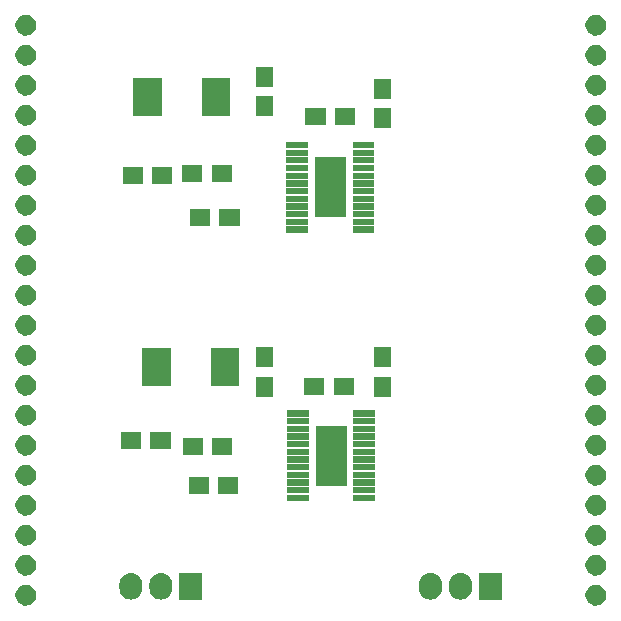
<source format=gts>
G04 #@! TF.FileFunction,Soldermask,Top*
%FSLAX46Y46*%
G04 Gerber Fmt 4.6, Leading zero omitted, Abs format (unit mm)*
G04 Created by KiCad (PCBNEW 4.0.2-stable) date Mon 01 Aug 2016 12:05:57 PM CEST*
%MOMM*%
G01*
G04 APERTURE LIST*
%ADD10C,0.100000*%
G04 APERTURE END LIST*
D10*
G36*
X122646590Y-130192579D02*
X122814107Y-130226966D01*
X122971750Y-130293233D01*
X123113526Y-130388862D01*
X123234022Y-130510202D01*
X123328660Y-130652642D01*
X123393822Y-130810740D01*
X123426971Y-130978152D01*
X123426971Y-130978162D01*
X123427037Y-130978496D01*
X123424310Y-131173819D01*
X123424234Y-131174153D01*
X123424234Y-131174165D01*
X123386427Y-131340577D01*
X123316870Y-131496802D01*
X123218296Y-131636540D01*
X123094452Y-131754474D01*
X122950069Y-131846103D01*
X122790633Y-131907945D01*
X122622225Y-131937638D01*
X122451254Y-131934058D01*
X122284231Y-131897335D01*
X122127529Y-131828874D01*
X121987101Y-131731274D01*
X121868312Y-131608263D01*
X121775674Y-131464519D01*
X121712723Y-131305521D01*
X121681852Y-131137317D01*
X121684240Y-130966327D01*
X121719793Y-130799059D01*
X121787162Y-130641877D01*
X121883776Y-130500776D01*
X122005958Y-130381126D01*
X122149050Y-130287489D01*
X122307607Y-130223428D01*
X122475582Y-130191385D01*
X122646590Y-130192579D01*
X122646590Y-130192579D01*
G37*
G36*
X170906590Y-130192579D02*
X171074107Y-130226966D01*
X171231750Y-130293233D01*
X171373526Y-130388862D01*
X171494022Y-130510202D01*
X171588660Y-130652642D01*
X171653822Y-130810740D01*
X171686971Y-130978152D01*
X171686971Y-130978162D01*
X171687037Y-130978496D01*
X171684310Y-131173819D01*
X171684234Y-131174153D01*
X171684234Y-131174165D01*
X171646427Y-131340577D01*
X171576870Y-131496802D01*
X171478296Y-131636540D01*
X171354452Y-131754474D01*
X171210069Y-131846103D01*
X171050633Y-131907945D01*
X170882225Y-131937638D01*
X170711254Y-131934058D01*
X170544231Y-131897335D01*
X170387529Y-131828874D01*
X170247101Y-131731274D01*
X170128312Y-131608263D01*
X170035674Y-131464519D01*
X169972723Y-131305521D01*
X169941852Y-131137317D01*
X169944240Y-130966327D01*
X169979793Y-130799059D01*
X170047162Y-130641877D01*
X170143776Y-130500776D01*
X170265958Y-130381126D01*
X170409050Y-130287489D01*
X170567607Y-130223428D01*
X170735582Y-130191385D01*
X170906590Y-130192579D01*
X170906590Y-130192579D01*
G37*
G36*
X134194720Y-129193430D02*
X134194734Y-129193434D01*
X134194769Y-129193438D01*
X134376285Y-129249626D01*
X134543430Y-129340001D01*
X134689838Y-129461120D01*
X134809932Y-129608370D01*
X134899138Y-129776142D01*
X134954058Y-129958045D01*
X134972600Y-130147152D01*
X134972600Y-130462848D01*
X134972505Y-130476442D01*
X134951325Y-130665271D01*
X134893870Y-130846390D01*
X134802331Y-131012900D01*
X134680192Y-131158459D01*
X134532108Y-131277522D01*
X134363717Y-131365554D01*
X134181434Y-131419203D01*
X134181402Y-131419206D01*
X134181388Y-131419210D01*
X133992205Y-131436427D01*
X133803280Y-131416570D01*
X133803266Y-131416566D01*
X133803231Y-131416562D01*
X133621715Y-131360374D01*
X133454570Y-131269999D01*
X133308162Y-131148880D01*
X133188068Y-131001630D01*
X133098862Y-130833858D01*
X133043942Y-130651955D01*
X133025400Y-130462848D01*
X133025400Y-130147152D01*
X133025495Y-130133558D01*
X133046675Y-129944729D01*
X133104130Y-129763610D01*
X133195669Y-129597100D01*
X133317808Y-129451541D01*
X133465892Y-129332478D01*
X133634283Y-129244446D01*
X133816566Y-129190797D01*
X133816598Y-129190794D01*
X133816612Y-129190790D01*
X134005795Y-129173573D01*
X134194720Y-129193430D01*
X134194720Y-129193430D01*
G37*
G36*
X131654720Y-129193430D02*
X131654734Y-129193434D01*
X131654769Y-129193438D01*
X131836285Y-129249626D01*
X132003430Y-129340001D01*
X132149838Y-129461120D01*
X132269932Y-129608370D01*
X132359138Y-129776142D01*
X132414058Y-129958045D01*
X132432600Y-130147152D01*
X132432600Y-130462848D01*
X132432505Y-130476442D01*
X132411325Y-130665271D01*
X132353870Y-130846390D01*
X132262331Y-131012900D01*
X132140192Y-131158459D01*
X131992108Y-131277522D01*
X131823717Y-131365554D01*
X131641434Y-131419203D01*
X131641402Y-131419206D01*
X131641388Y-131419210D01*
X131452205Y-131436427D01*
X131263280Y-131416570D01*
X131263266Y-131416566D01*
X131263231Y-131416562D01*
X131081715Y-131360374D01*
X130914570Y-131269999D01*
X130768162Y-131148880D01*
X130648068Y-131001630D01*
X130558862Y-130833858D01*
X130503942Y-130651955D01*
X130485400Y-130462848D01*
X130485400Y-130147152D01*
X130485495Y-130133558D01*
X130506675Y-129944729D01*
X130564130Y-129763610D01*
X130655669Y-129597100D01*
X130777808Y-129451541D01*
X130925892Y-129332478D01*
X131094283Y-129244446D01*
X131276566Y-129190797D01*
X131276598Y-129190794D01*
X131276612Y-129190790D01*
X131465795Y-129173573D01*
X131654720Y-129193430D01*
X131654720Y-129193430D01*
G37*
G36*
X159554720Y-129193430D02*
X159554734Y-129193434D01*
X159554769Y-129193438D01*
X159736285Y-129249626D01*
X159903430Y-129340001D01*
X160049838Y-129461120D01*
X160169932Y-129608370D01*
X160259138Y-129776142D01*
X160314058Y-129958045D01*
X160332600Y-130147152D01*
X160332600Y-130462848D01*
X160332505Y-130476442D01*
X160311325Y-130665271D01*
X160253870Y-130846390D01*
X160162331Y-131012900D01*
X160040192Y-131158459D01*
X159892108Y-131277522D01*
X159723717Y-131365554D01*
X159541434Y-131419203D01*
X159541402Y-131419206D01*
X159541388Y-131419210D01*
X159352205Y-131436427D01*
X159163280Y-131416570D01*
X159163266Y-131416566D01*
X159163231Y-131416562D01*
X158981715Y-131360374D01*
X158814570Y-131269999D01*
X158668162Y-131148880D01*
X158548068Y-131001630D01*
X158458862Y-130833858D01*
X158403942Y-130651955D01*
X158385400Y-130462848D01*
X158385400Y-130147152D01*
X158385495Y-130133558D01*
X158406675Y-129944729D01*
X158464130Y-129763610D01*
X158555669Y-129597100D01*
X158677808Y-129451541D01*
X158825892Y-129332478D01*
X158994283Y-129244446D01*
X159176566Y-129190797D01*
X159176598Y-129190794D01*
X159176612Y-129190790D01*
X159365795Y-129173573D01*
X159554720Y-129193430D01*
X159554720Y-129193430D01*
G37*
G36*
X157014720Y-129193430D02*
X157014734Y-129193434D01*
X157014769Y-129193438D01*
X157196285Y-129249626D01*
X157363430Y-129340001D01*
X157509838Y-129461120D01*
X157629932Y-129608370D01*
X157719138Y-129776142D01*
X157774058Y-129958045D01*
X157792600Y-130147152D01*
X157792600Y-130462848D01*
X157792505Y-130476442D01*
X157771325Y-130665271D01*
X157713870Y-130846390D01*
X157622331Y-131012900D01*
X157500192Y-131158459D01*
X157352108Y-131277522D01*
X157183717Y-131365554D01*
X157001434Y-131419203D01*
X157001402Y-131419206D01*
X157001388Y-131419210D01*
X156812205Y-131436427D01*
X156623280Y-131416570D01*
X156623266Y-131416566D01*
X156623231Y-131416562D01*
X156441715Y-131360374D01*
X156274570Y-131269999D01*
X156128162Y-131148880D01*
X156008068Y-131001630D01*
X155918862Y-130833858D01*
X155863942Y-130651955D01*
X155845400Y-130462848D01*
X155845400Y-130147152D01*
X155845495Y-130133558D01*
X155866675Y-129944729D01*
X155924130Y-129763610D01*
X156015669Y-129597100D01*
X156137808Y-129451541D01*
X156285892Y-129332478D01*
X156454283Y-129244446D01*
X156636566Y-129190797D01*
X156636598Y-129190794D01*
X156636612Y-129190790D01*
X156825795Y-129173573D01*
X157014720Y-129193430D01*
X157014720Y-129193430D01*
G37*
G36*
X162872600Y-131431000D02*
X160925400Y-131431000D01*
X160925400Y-129179000D01*
X162872600Y-129179000D01*
X162872600Y-131431000D01*
X162872600Y-131431000D01*
G37*
G36*
X137512600Y-131431000D02*
X135565400Y-131431000D01*
X135565400Y-129179000D01*
X137512600Y-129179000D01*
X137512600Y-131431000D01*
X137512600Y-131431000D01*
G37*
G36*
X122646590Y-127652579D02*
X122814107Y-127686966D01*
X122971750Y-127753233D01*
X123113526Y-127848862D01*
X123234022Y-127970202D01*
X123328660Y-128112642D01*
X123393822Y-128270740D01*
X123426971Y-128438152D01*
X123426971Y-128438162D01*
X123427037Y-128438496D01*
X123424310Y-128633819D01*
X123424234Y-128634153D01*
X123424234Y-128634165D01*
X123386427Y-128800577D01*
X123316870Y-128956802D01*
X123218296Y-129096540D01*
X123094452Y-129214474D01*
X122950069Y-129306103D01*
X122790633Y-129367945D01*
X122622225Y-129397638D01*
X122451254Y-129394058D01*
X122284231Y-129357335D01*
X122127529Y-129288874D01*
X121987101Y-129191274D01*
X121868312Y-129068263D01*
X121775674Y-128924519D01*
X121712723Y-128765521D01*
X121681852Y-128597317D01*
X121684240Y-128426327D01*
X121719793Y-128259059D01*
X121787162Y-128101877D01*
X121883776Y-127960776D01*
X122005958Y-127841126D01*
X122149050Y-127747489D01*
X122307607Y-127683428D01*
X122475582Y-127651385D01*
X122646590Y-127652579D01*
X122646590Y-127652579D01*
G37*
G36*
X170906590Y-127652579D02*
X171074107Y-127686966D01*
X171231750Y-127753233D01*
X171373526Y-127848862D01*
X171494022Y-127970202D01*
X171588660Y-128112642D01*
X171653822Y-128270740D01*
X171686971Y-128438152D01*
X171686971Y-128438162D01*
X171687037Y-128438496D01*
X171684310Y-128633819D01*
X171684234Y-128634153D01*
X171684234Y-128634165D01*
X171646427Y-128800577D01*
X171576870Y-128956802D01*
X171478296Y-129096540D01*
X171354452Y-129214474D01*
X171210069Y-129306103D01*
X171050633Y-129367945D01*
X170882225Y-129397638D01*
X170711254Y-129394058D01*
X170544231Y-129357335D01*
X170387529Y-129288874D01*
X170247101Y-129191274D01*
X170128312Y-129068263D01*
X170035674Y-128924519D01*
X169972723Y-128765521D01*
X169941852Y-128597317D01*
X169944240Y-128426327D01*
X169979793Y-128259059D01*
X170047162Y-128101877D01*
X170143776Y-127960776D01*
X170265958Y-127841126D01*
X170409050Y-127747489D01*
X170567607Y-127683428D01*
X170735582Y-127651385D01*
X170906590Y-127652579D01*
X170906590Y-127652579D01*
G37*
G36*
X122646590Y-125112579D02*
X122814107Y-125146966D01*
X122971750Y-125213233D01*
X123113526Y-125308862D01*
X123234022Y-125430202D01*
X123328660Y-125572642D01*
X123393822Y-125730740D01*
X123426971Y-125898152D01*
X123426971Y-125898162D01*
X123427037Y-125898496D01*
X123424310Y-126093819D01*
X123424234Y-126094153D01*
X123424234Y-126094165D01*
X123386427Y-126260577D01*
X123316870Y-126416802D01*
X123218296Y-126556540D01*
X123094452Y-126674474D01*
X122950069Y-126766103D01*
X122790633Y-126827945D01*
X122622225Y-126857638D01*
X122451254Y-126854058D01*
X122284231Y-126817335D01*
X122127529Y-126748874D01*
X121987101Y-126651274D01*
X121868312Y-126528263D01*
X121775674Y-126384519D01*
X121712723Y-126225521D01*
X121681852Y-126057317D01*
X121684240Y-125886327D01*
X121719793Y-125719059D01*
X121787162Y-125561877D01*
X121883776Y-125420776D01*
X122005958Y-125301126D01*
X122149050Y-125207489D01*
X122307607Y-125143428D01*
X122475582Y-125111385D01*
X122646590Y-125112579D01*
X122646590Y-125112579D01*
G37*
G36*
X170906590Y-125112579D02*
X171074107Y-125146966D01*
X171231750Y-125213233D01*
X171373526Y-125308862D01*
X171494022Y-125430202D01*
X171588660Y-125572642D01*
X171653822Y-125730740D01*
X171686971Y-125898152D01*
X171686971Y-125898162D01*
X171687037Y-125898496D01*
X171684310Y-126093819D01*
X171684234Y-126094153D01*
X171684234Y-126094165D01*
X171646427Y-126260577D01*
X171576870Y-126416802D01*
X171478296Y-126556540D01*
X171354452Y-126674474D01*
X171210069Y-126766103D01*
X171050633Y-126827945D01*
X170882225Y-126857638D01*
X170711254Y-126854058D01*
X170544231Y-126817335D01*
X170387529Y-126748874D01*
X170247101Y-126651274D01*
X170128312Y-126528263D01*
X170035674Y-126384519D01*
X169972723Y-126225521D01*
X169941852Y-126057317D01*
X169944240Y-125886327D01*
X169979793Y-125719059D01*
X170047162Y-125561877D01*
X170143776Y-125420776D01*
X170265958Y-125301126D01*
X170409050Y-125207489D01*
X170567607Y-125143428D01*
X170735582Y-125111385D01*
X170906590Y-125112579D01*
X170906590Y-125112579D01*
G37*
G36*
X170906590Y-122572579D02*
X171074107Y-122606966D01*
X171231750Y-122673233D01*
X171373526Y-122768862D01*
X171494022Y-122890202D01*
X171588660Y-123032642D01*
X171653822Y-123190740D01*
X171686971Y-123358152D01*
X171686971Y-123358162D01*
X171687037Y-123358496D01*
X171684310Y-123553819D01*
X171684234Y-123554153D01*
X171684234Y-123554165D01*
X171646427Y-123720577D01*
X171576870Y-123876802D01*
X171478296Y-124016540D01*
X171354452Y-124134474D01*
X171210069Y-124226103D01*
X171050633Y-124287945D01*
X170882225Y-124317638D01*
X170711254Y-124314058D01*
X170544231Y-124277335D01*
X170387529Y-124208874D01*
X170247101Y-124111274D01*
X170128312Y-123988263D01*
X170035674Y-123844519D01*
X169972723Y-123685521D01*
X169941852Y-123517317D01*
X169944240Y-123346327D01*
X169979793Y-123179059D01*
X170047162Y-123021877D01*
X170143776Y-122880776D01*
X170265958Y-122761126D01*
X170409050Y-122667489D01*
X170567607Y-122603428D01*
X170735582Y-122571385D01*
X170906590Y-122572579D01*
X170906590Y-122572579D01*
G37*
G36*
X122646590Y-122572579D02*
X122814107Y-122606966D01*
X122971750Y-122673233D01*
X123113526Y-122768862D01*
X123234022Y-122890202D01*
X123328660Y-123032642D01*
X123393822Y-123190740D01*
X123426971Y-123358152D01*
X123426971Y-123358162D01*
X123427037Y-123358496D01*
X123424310Y-123553819D01*
X123424234Y-123554153D01*
X123424234Y-123554165D01*
X123386427Y-123720577D01*
X123316870Y-123876802D01*
X123218296Y-124016540D01*
X123094452Y-124134474D01*
X122950069Y-124226103D01*
X122790633Y-124287945D01*
X122622225Y-124317638D01*
X122451254Y-124314058D01*
X122284231Y-124277335D01*
X122127529Y-124208874D01*
X121987101Y-124111274D01*
X121868312Y-123988263D01*
X121775674Y-123844519D01*
X121712723Y-123685521D01*
X121681852Y-123517317D01*
X121684240Y-123346327D01*
X121719793Y-123179059D01*
X121787162Y-123021877D01*
X121883776Y-122880776D01*
X122005958Y-122761126D01*
X122149050Y-122667489D01*
X122307607Y-122603428D01*
X122475582Y-122571385D01*
X122646590Y-122572579D01*
X122646590Y-122572579D01*
G37*
G36*
X152117000Y-123077000D02*
X150297000Y-123077000D01*
X150297000Y-122557000D01*
X152117000Y-122557000D01*
X152117000Y-123077000D01*
X152117000Y-123077000D01*
G37*
G36*
X146517000Y-123077000D02*
X144697000Y-123077000D01*
X144697000Y-122557000D01*
X146517000Y-122557000D01*
X146517000Y-123077000D01*
X146517000Y-123077000D01*
G37*
G36*
X140560000Y-122528000D02*
X138840000Y-122528000D01*
X138840000Y-121058000D01*
X140560000Y-121058000D01*
X140560000Y-122528000D01*
X140560000Y-122528000D01*
G37*
G36*
X138060000Y-122528000D02*
X136340000Y-122528000D01*
X136340000Y-121058000D01*
X138060000Y-121058000D01*
X138060000Y-122528000D01*
X138060000Y-122528000D01*
G37*
G36*
X146517000Y-122427000D02*
X144697000Y-122427000D01*
X144697000Y-121907000D01*
X146517000Y-121907000D01*
X146517000Y-122427000D01*
X146517000Y-122427000D01*
G37*
G36*
X152117000Y-122427000D02*
X150297000Y-122427000D01*
X150297000Y-121907000D01*
X152117000Y-121907000D01*
X152117000Y-122427000D01*
X152117000Y-122427000D01*
G37*
G36*
X149717000Y-121787000D02*
X147097000Y-121787000D01*
X147097000Y-116697000D01*
X149717000Y-116697000D01*
X149717000Y-121787000D01*
X149717000Y-121787000D01*
G37*
G36*
X170906590Y-120032579D02*
X171074107Y-120066966D01*
X171231750Y-120133233D01*
X171373526Y-120228862D01*
X171494022Y-120350202D01*
X171588660Y-120492642D01*
X171653822Y-120650740D01*
X171686971Y-120818152D01*
X171686971Y-120818162D01*
X171687037Y-120818496D01*
X171684310Y-121013819D01*
X171684234Y-121014153D01*
X171684234Y-121014165D01*
X171646427Y-121180577D01*
X171576870Y-121336802D01*
X171478296Y-121476540D01*
X171354452Y-121594474D01*
X171210069Y-121686103D01*
X171050633Y-121747945D01*
X170882225Y-121777638D01*
X170711254Y-121774058D01*
X170544231Y-121737335D01*
X170387529Y-121668874D01*
X170247101Y-121571274D01*
X170128312Y-121448263D01*
X170035674Y-121304519D01*
X169972723Y-121145521D01*
X169941852Y-120977317D01*
X169944240Y-120806327D01*
X169979793Y-120639059D01*
X170047162Y-120481877D01*
X170143776Y-120340776D01*
X170265958Y-120221126D01*
X170409050Y-120127489D01*
X170567607Y-120063428D01*
X170735582Y-120031385D01*
X170906590Y-120032579D01*
X170906590Y-120032579D01*
G37*
G36*
X122646590Y-120032579D02*
X122814107Y-120066966D01*
X122971750Y-120133233D01*
X123113526Y-120228862D01*
X123234022Y-120350202D01*
X123328660Y-120492642D01*
X123393822Y-120650740D01*
X123426971Y-120818152D01*
X123426971Y-120818162D01*
X123427037Y-120818496D01*
X123424310Y-121013819D01*
X123424234Y-121014153D01*
X123424234Y-121014165D01*
X123386427Y-121180577D01*
X123316870Y-121336802D01*
X123218296Y-121476540D01*
X123094452Y-121594474D01*
X122950069Y-121686103D01*
X122790633Y-121747945D01*
X122622225Y-121777638D01*
X122451254Y-121774058D01*
X122284231Y-121737335D01*
X122127529Y-121668874D01*
X121987101Y-121571274D01*
X121868312Y-121448263D01*
X121775674Y-121304519D01*
X121712723Y-121145521D01*
X121681852Y-120977317D01*
X121684240Y-120806327D01*
X121719793Y-120639059D01*
X121787162Y-120481877D01*
X121883776Y-120340776D01*
X122005958Y-120221126D01*
X122149050Y-120127489D01*
X122307607Y-120063428D01*
X122475582Y-120031385D01*
X122646590Y-120032579D01*
X122646590Y-120032579D01*
G37*
G36*
X152117000Y-121777000D02*
X150297000Y-121777000D01*
X150297000Y-121257000D01*
X152117000Y-121257000D01*
X152117000Y-121777000D01*
X152117000Y-121777000D01*
G37*
G36*
X146517000Y-121777000D02*
X144697000Y-121777000D01*
X144697000Y-121257000D01*
X146517000Y-121257000D01*
X146517000Y-121777000D01*
X146517000Y-121777000D01*
G37*
G36*
X146517000Y-121127000D02*
X144697000Y-121127000D01*
X144697000Y-120607000D01*
X146517000Y-120607000D01*
X146517000Y-121127000D01*
X146517000Y-121127000D01*
G37*
G36*
X152117000Y-121127000D02*
X150297000Y-121127000D01*
X150297000Y-120607000D01*
X152117000Y-120607000D01*
X152117000Y-121127000D01*
X152117000Y-121127000D01*
G37*
G36*
X152117000Y-120477000D02*
X150297000Y-120477000D01*
X150297000Y-119957000D01*
X152117000Y-119957000D01*
X152117000Y-120477000D01*
X152117000Y-120477000D01*
G37*
G36*
X146517000Y-120477000D02*
X144697000Y-120477000D01*
X144697000Y-119957000D01*
X146517000Y-119957000D01*
X146517000Y-120477000D01*
X146517000Y-120477000D01*
G37*
G36*
X152117000Y-119827000D02*
X150297000Y-119827000D01*
X150297000Y-119307000D01*
X152117000Y-119307000D01*
X152117000Y-119827000D01*
X152117000Y-119827000D01*
G37*
G36*
X146517000Y-119827000D02*
X144697000Y-119827000D01*
X144697000Y-119307000D01*
X146517000Y-119307000D01*
X146517000Y-119827000D01*
X146517000Y-119827000D01*
G37*
G36*
X122646590Y-117492579D02*
X122814107Y-117526966D01*
X122971750Y-117593233D01*
X123113526Y-117688862D01*
X123234022Y-117810202D01*
X123328660Y-117952642D01*
X123393822Y-118110740D01*
X123426971Y-118278152D01*
X123426971Y-118278162D01*
X123427037Y-118278496D01*
X123424310Y-118473819D01*
X123424234Y-118474153D01*
X123424234Y-118474165D01*
X123386427Y-118640577D01*
X123316870Y-118796802D01*
X123218296Y-118936540D01*
X123094452Y-119054474D01*
X122950069Y-119146103D01*
X122790633Y-119207945D01*
X122622225Y-119237638D01*
X122451254Y-119234058D01*
X122284231Y-119197335D01*
X122127529Y-119128874D01*
X121987101Y-119031274D01*
X121868312Y-118908263D01*
X121775674Y-118764519D01*
X121712723Y-118605521D01*
X121681852Y-118437317D01*
X121684240Y-118266327D01*
X121719793Y-118099059D01*
X121787162Y-117941877D01*
X121883776Y-117800776D01*
X122005958Y-117681126D01*
X122149050Y-117587489D01*
X122307607Y-117523428D01*
X122475582Y-117491385D01*
X122646590Y-117492579D01*
X122646590Y-117492579D01*
G37*
G36*
X170906590Y-117492579D02*
X171074107Y-117526966D01*
X171231750Y-117593233D01*
X171373526Y-117688862D01*
X171494022Y-117810202D01*
X171588660Y-117952642D01*
X171653822Y-118110740D01*
X171686971Y-118278152D01*
X171686971Y-118278162D01*
X171687037Y-118278496D01*
X171684310Y-118473819D01*
X171684234Y-118474153D01*
X171684234Y-118474165D01*
X171646427Y-118640577D01*
X171576870Y-118796802D01*
X171478296Y-118936540D01*
X171354452Y-119054474D01*
X171210069Y-119146103D01*
X171050633Y-119207945D01*
X170882225Y-119237638D01*
X170711254Y-119234058D01*
X170544231Y-119197335D01*
X170387529Y-119128874D01*
X170247101Y-119031274D01*
X170128312Y-118908263D01*
X170035674Y-118764519D01*
X169972723Y-118605521D01*
X169941852Y-118437317D01*
X169944240Y-118266327D01*
X169979793Y-118099059D01*
X170047162Y-117941877D01*
X170143776Y-117800776D01*
X170265958Y-117681126D01*
X170409050Y-117587489D01*
X170567607Y-117523428D01*
X170735582Y-117491385D01*
X170906590Y-117492579D01*
X170906590Y-117492579D01*
G37*
G36*
X140052000Y-119226000D02*
X138332000Y-119226000D01*
X138332000Y-117756000D01*
X140052000Y-117756000D01*
X140052000Y-119226000D01*
X140052000Y-119226000D01*
G37*
G36*
X137552000Y-119226000D02*
X135832000Y-119226000D01*
X135832000Y-117756000D01*
X137552000Y-117756000D01*
X137552000Y-119226000D01*
X137552000Y-119226000D01*
G37*
G36*
X146517000Y-119177000D02*
X144697000Y-119177000D01*
X144697000Y-118657000D01*
X146517000Y-118657000D01*
X146517000Y-119177000D01*
X146517000Y-119177000D01*
G37*
G36*
X152117000Y-119177000D02*
X150297000Y-119177000D01*
X150297000Y-118657000D01*
X152117000Y-118657000D01*
X152117000Y-119177000D01*
X152117000Y-119177000D01*
G37*
G36*
X132325000Y-118718000D02*
X130605000Y-118718000D01*
X130605000Y-117248000D01*
X132325000Y-117248000D01*
X132325000Y-118718000D01*
X132325000Y-118718000D01*
G37*
G36*
X134825000Y-118718000D02*
X133105000Y-118718000D01*
X133105000Y-117248000D01*
X134825000Y-117248000D01*
X134825000Y-118718000D01*
X134825000Y-118718000D01*
G37*
G36*
X152117000Y-118527000D02*
X150297000Y-118527000D01*
X150297000Y-118007000D01*
X152117000Y-118007000D01*
X152117000Y-118527000D01*
X152117000Y-118527000D01*
G37*
G36*
X146517000Y-118527000D02*
X144697000Y-118527000D01*
X144697000Y-118007000D01*
X146517000Y-118007000D01*
X146517000Y-118527000D01*
X146517000Y-118527000D01*
G37*
G36*
X152117000Y-117877000D02*
X150297000Y-117877000D01*
X150297000Y-117357000D01*
X152117000Y-117357000D01*
X152117000Y-117877000D01*
X152117000Y-117877000D01*
G37*
G36*
X146517000Y-117877000D02*
X144697000Y-117877000D01*
X144697000Y-117357000D01*
X146517000Y-117357000D01*
X146517000Y-117877000D01*
X146517000Y-117877000D01*
G37*
G36*
X152117000Y-117227000D02*
X150297000Y-117227000D01*
X150297000Y-116707000D01*
X152117000Y-116707000D01*
X152117000Y-117227000D01*
X152117000Y-117227000D01*
G37*
G36*
X146517000Y-117227000D02*
X144697000Y-117227000D01*
X144697000Y-116707000D01*
X146517000Y-116707000D01*
X146517000Y-117227000D01*
X146517000Y-117227000D01*
G37*
G36*
X122646590Y-114952579D02*
X122814107Y-114986966D01*
X122971750Y-115053233D01*
X123113526Y-115148862D01*
X123234022Y-115270202D01*
X123328660Y-115412642D01*
X123393822Y-115570740D01*
X123426971Y-115738152D01*
X123426971Y-115738162D01*
X123427037Y-115738496D01*
X123424310Y-115933819D01*
X123424234Y-115934153D01*
X123424234Y-115934165D01*
X123386427Y-116100577D01*
X123316870Y-116256802D01*
X123218296Y-116396540D01*
X123094452Y-116514474D01*
X122950069Y-116606103D01*
X122790633Y-116667945D01*
X122622225Y-116697638D01*
X122451254Y-116694058D01*
X122284231Y-116657335D01*
X122127529Y-116588874D01*
X121987101Y-116491274D01*
X121868312Y-116368263D01*
X121775674Y-116224519D01*
X121712723Y-116065521D01*
X121681852Y-115897317D01*
X121684240Y-115726327D01*
X121719793Y-115559059D01*
X121787162Y-115401877D01*
X121883776Y-115260776D01*
X122005958Y-115141126D01*
X122149050Y-115047489D01*
X122307607Y-114983428D01*
X122475582Y-114951385D01*
X122646590Y-114952579D01*
X122646590Y-114952579D01*
G37*
G36*
X170906590Y-114952579D02*
X171074107Y-114986966D01*
X171231750Y-115053233D01*
X171373526Y-115148862D01*
X171494022Y-115270202D01*
X171588660Y-115412642D01*
X171653822Y-115570740D01*
X171686971Y-115738152D01*
X171686971Y-115738162D01*
X171687037Y-115738496D01*
X171684310Y-115933819D01*
X171684234Y-115934153D01*
X171684234Y-115934165D01*
X171646427Y-116100577D01*
X171576870Y-116256802D01*
X171478296Y-116396540D01*
X171354452Y-116514474D01*
X171210069Y-116606103D01*
X171050633Y-116667945D01*
X170882225Y-116697638D01*
X170711254Y-116694058D01*
X170544231Y-116657335D01*
X170387529Y-116588874D01*
X170247101Y-116491274D01*
X170128312Y-116368263D01*
X170035674Y-116224519D01*
X169972723Y-116065521D01*
X169941852Y-115897317D01*
X169944240Y-115726327D01*
X169979793Y-115559059D01*
X170047162Y-115401877D01*
X170143776Y-115260776D01*
X170265958Y-115141126D01*
X170409050Y-115047489D01*
X170567607Y-114983428D01*
X170735582Y-114951385D01*
X170906590Y-114952579D01*
X170906590Y-114952579D01*
G37*
G36*
X146517000Y-116577000D02*
X144697000Y-116577000D01*
X144697000Y-116057000D01*
X146517000Y-116057000D01*
X146517000Y-116577000D01*
X146517000Y-116577000D01*
G37*
G36*
X152117000Y-116577000D02*
X150297000Y-116577000D01*
X150297000Y-116057000D01*
X152117000Y-116057000D01*
X152117000Y-116577000D01*
X152117000Y-116577000D01*
G37*
G36*
X152117000Y-115927000D02*
X150297000Y-115927000D01*
X150297000Y-115407000D01*
X152117000Y-115407000D01*
X152117000Y-115927000D01*
X152117000Y-115927000D01*
G37*
G36*
X146517000Y-115927000D02*
X144697000Y-115927000D01*
X144697000Y-115407000D01*
X146517000Y-115407000D01*
X146517000Y-115927000D01*
X146517000Y-115927000D01*
G37*
G36*
X153516000Y-114271000D02*
X152046000Y-114271000D01*
X152046000Y-112551000D01*
X153516000Y-112551000D01*
X153516000Y-114271000D01*
X153516000Y-114271000D01*
G37*
G36*
X143483000Y-114271000D02*
X142013000Y-114271000D01*
X142013000Y-112551000D01*
X143483000Y-112551000D01*
X143483000Y-114271000D01*
X143483000Y-114271000D01*
G37*
G36*
X170906590Y-112412579D02*
X171074107Y-112446966D01*
X171231750Y-112513233D01*
X171373526Y-112608862D01*
X171494022Y-112730202D01*
X171588660Y-112872642D01*
X171653822Y-113030740D01*
X171686971Y-113198152D01*
X171686971Y-113198162D01*
X171687037Y-113198496D01*
X171684310Y-113393819D01*
X171684234Y-113394153D01*
X171684234Y-113394165D01*
X171646427Y-113560577D01*
X171576870Y-113716802D01*
X171478296Y-113856540D01*
X171354452Y-113974474D01*
X171210069Y-114066103D01*
X171050633Y-114127945D01*
X170882225Y-114157638D01*
X170711254Y-114154058D01*
X170544231Y-114117335D01*
X170387529Y-114048874D01*
X170247101Y-113951274D01*
X170128312Y-113828263D01*
X170035674Y-113684519D01*
X169972723Y-113525521D01*
X169941852Y-113357317D01*
X169944240Y-113186327D01*
X169979793Y-113019059D01*
X170047162Y-112861877D01*
X170143776Y-112720776D01*
X170265958Y-112601126D01*
X170409050Y-112507489D01*
X170567607Y-112443428D01*
X170735582Y-112411385D01*
X170906590Y-112412579D01*
X170906590Y-112412579D01*
G37*
G36*
X122646590Y-112412579D02*
X122814107Y-112446966D01*
X122971750Y-112513233D01*
X123113526Y-112608862D01*
X123234022Y-112730202D01*
X123328660Y-112872642D01*
X123393822Y-113030740D01*
X123426971Y-113198152D01*
X123426971Y-113198162D01*
X123427037Y-113198496D01*
X123424310Y-113393819D01*
X123424234Y-113394153D01*
X123424234Y-113394165D01*
X123386427Y-113560577D01*
X123316870Y-113716802D01*
X123218296Y-113856540D01*
X123094452Y-113974474D01*
X122950069Y-114066103D01*
X122790633Y-114127945D01*
X122622225Y-114157638D01*
X122451254Y-114154058D01*
X122284231Y-114117335D01*
X122127529Y-114048874D01*
X121987101Y-113951274D01*
X121868312Y-113828263D01*
X121775674Y-113684519D01*
X121712723Y-113525521D01*
X121681852Y-113357317D01*
X121684240Y-113186327D01*
X121719793Y-113019059D01*
X121787162Y-112861877D01*
X121883776Y-112720776D01*
X122005958Y-112601126D01*
X122149050Y-112507489D01*
X122307607Y-112443428D01*
X122475582Y-112411385D01*
X122646590Y-112412579D01*
X122646590Y-112412579D01*
G37*
G36*
X150339000Y-114146000D02*
X148619000Y-114146000D01*
X148619000Y-112676000D01*
X150339000Y-112676000D01*
X150339000Y-114146000D01*
X150339000Y-114146000D01*
G37*
G36*
X147839000Y-114146000D02*
X146119000Y-114146000D01*
X146119000Y-112676000D01*
X147839000Y-112676000D01*
X147839000Y-114146000D01*
X147839000Y-114146000D01*
G37*
G36*
X134856000Y-113370000D02*
X132436000Y-113370000D01*
X132436000Y-110150000D01*
X134856000Y-110150000D01*
X134856000Y-113370000D01*
X134856000Y-113370000D01*
G37*
G36*
X140656000Y-113370000D02*
X138236000Y-113370000D01*
X138236000Y-110150000D01*
X140656000Y-110150000D01*
X140656000Y-113370000D01*
X140656000Y-113370000D01*
G37*
G36*
X153516000Y-111771000D02*
X152046000Y-111771000D01*
X152046000Y-110051000D01*
X153516000Y-110051000D01*
X153516000Y-111771000D01*
X153516000Y-111771000D01*
G37*
G36*
X143483000Y-111771000D02*
X142013000Y-111771000D01*
X142013000Y-110051000D01*
X143483000Y-110051000D01*
X143483000Y-111771000D01*
X143483000Y-111771000D01*
G37*
G36*
X170906590Y-109872579D02*
X171074107Y-109906966D01*
X171231750Y-109973233D01*
X171373526Y-110068862D01*
X171494022Y-110190202D01*
X171588660Y-110332642D01*
X171653822Y-110490740D01*
X171686971Y-110658152D01*
X171686971Y-110658162D01*
X171687037Y-110658496D01*
X171684310Y-110853819D01*
X171684234Y-110854153D01*
X171684234Y-110854165D01*
X171646427Y-111020577D01*
X171576870Y-111176802D01*
X171478296Y-111316540D01*
X171354452Y-111434474D01*
X171210069Y-111526103D01*
X171050633Y-111587945D01*
X170882225Y-111617638D01*
X170711254Y-111614058D01*
X170544231Y-111577335D01*
X170387529Y-111508874D01*
X170247101Y-111411274D01*
X170128312Y-111288263D01*
X170035674Y-111144519D01*
X169972723Y-110985521D01*
X169941852Y-110817317D01*
X169944240Y-110646327D01*
X169979793Y-110479059D01*
X170047162Y-110321877D01*
X170143776Y-110180776D01*
X170265958Y-110061126D01*
X170409050Y-109967489D01*
X170567607Y-109903428D01*
X170735582Y-109871385D01*
X170906590Y-109872579D01*
X170906590Y-109872579D01*
G37*
G36*
X122646590Y-109872579D02*
X122814107Y-109906966D01*
X122971750Y-109973233D01*
X123113526Y-110068862D01*
X123234022Y-110190202D01*
X123328660Y-110332642D01*
X123393822Y-110490740D01*
X123426971Y-110658152D01*
X123426971Y-110658162D01*
X123427037Y-110658496D01*
X123424310Y-110853819D01*
X123424234Y-110854153D01*
X123424234Y-110854165D01*
X123386427Y-111020577D01*
X123316870Y-111176802D01*
X123218296Y-111316540D01*
X123094452Y-111434474D01*
X122950069Y-111526103D01*
X122790633Y-111587945D01*
X122622225Y-111617638D01*
X122451254Y-111614058D01*
X122284231Y-111577335D01*
X122127529Y-111508874D01*
X121987101Y-111411274D01*
X121868312Y-111288263D01*
X121775674Y-111144519D01*
X121712723Y-110985521D01*
X121681852Y-110817317D01*
X121684240Y-110646327D01*
X121719793Y-110479059D01*
X121787162Y-110321877D01*
X121883776Y-110180776D01*
X122005958Y-110061126D01*
X122149050Y-109967489D01*
X122307607Y-109903428D01*
X122475582Y-109871385D01*
X122646590Y-109872579D01*
X122646590Y-109872579D01*
G37*
G36*
X122646590Y-107332579D02*
X122814107Y-107366966D01*
X122971750Y-107433233D01*
X123113526Y-107528862D01*
X123234022Y-107650202D01*
X123328660Y-107792642D01*
X123393822Y-107950740D01*
X123426971Y-108118152D01*
X123426971Y-108118162D01*
X123427037Y-108118496D01*
X123424310Y-108313819D01*
X123424234Y-108314153D01*
X123424234Y-108314165D01*
X123386427Y-108480577D01*
X123316870Y-108636802D01*
X123218296Y-108776540D01*
X123094452Y-108894474D01*
X122950069Y-108986103D01*
X122790633Y-109047945D01*
X122622225Y-109077638D01*
X122451254Y-109074058D01*
X122284231Y-109037335D01*
X122127529Y-108968874D01*
X121987101Y-108871274D01*
X121868312Y-108748263D01*
X121775674Y-108604519D01*
X121712723Y-108445521D01*
X121681852Y-108277317D01*
X121684240Y-108106327D01*
X121719793Y-107939059D01*
X121787162Y-107781877D01*
X121883776Y-107640776D01*
X122005958Y-107521126D01*
X122149050Y-107427489D01*
X122307607Y-107363428D01*
X122475582Y-107331385D01*
X122646590Y-107332579D01*
X122646590Y-107332579D01*
G37*
G36*
X170906590Y-107332579D02*
X171074107Y-107366966D01*
X171231750Y-107433233D01*
X171373526Y-107528862D01*
X171494022Y-107650202D01*
X171588660Y-107792642D01*
X171653822Y-107950740D01*
X171686971Y-108118152D01*
X171686971Y-108118162D01*
X171687037Y-108118496D01*
X171684310Y-108313819D01*
X171684234Y-108314153D01*
X171684234Y-108314165D01*
X171646427Y-108480577D01*
X171576870Y-108636802D01*
X171478296Y-108776540D01*
X171354452Y-108894474D01*
X171210069Y-108986103D01*
X171050633Y-109047945D01*
X170882225Y-109077638D01*
X170711254Y-109074058D01*
X170544231Y-109037335D01*
X170387529Y-108968874D01*
X170247101Y-108871274D01*
X170128312Y-108748263D01*
X170035674Y-108604519D01*
X169972723Y-108445521D01*
X169941852Y-108277317D01*
X169944240Y-108106327D01*
X169979793Y-107939059D01*
X170047162Y-107781877D01*
X170143776Y-107640776D01*
X170265958Y-107521126D01*
X170409050Y-107427489D01*
X170567607Y-107363428D01*
X170735582Y-107331385D01*
X170906590Y-107332579D01*
X170906590Y-107332579D01*
G37*
G36*
X170906590Y-104792579D02*
X171074107Y-104826966D01*
X171231750Y-104893233D01*
X171373526Y-104988862D01*
X171494022Y-105110202D01*
X171588660Y-105252642D01*
X171653822Y-105410740D01*
X171686971Y-105578152D01*
X171686971Y-105578162D01*
X171687037Y-105578496D01*
X171684310Y-105773819D01*
X171684234Y-105774153D01*
X171684234Y-105774165D01*
X171646427Y-105940577D01*
X171576870Y-106096802D01*
X171478296Y-106236540D01*
X171354452Y-106354474D01*
X171210069Y-106446103D01*
X171050633Y-106507945D01*
X170882225Y-106537638D01*
X170711254Y-106534058D01*
X170544231Y-106497335D01*
X170387529Y-106428874D01*
X170247101Y-106331274D01*
X170128312Y-106208263D01*
X170035674Y-106064519D01*
X169972723Y-105905521D01*
X169941852Y-105737317D01*
X169944240Y-105566327D01*
X169979793Y-105399059D01*
X170047162Y-105241877D01*
X170143776Y-105100776D01*
X170265958Y-104981126D01*
X170409050Y-104887489D01*
X170567607Y-104823428D01*
X170735582Y-104791385D01*
X170906590Y-104792579D01*
X170906590Y-104792579D01*
G37*
G36*
X122646590Y-104792579D02*
X122814107Y-104826966D01*
X122971750Y-104893233D01*
X123113526Y-104988862D01*
X123234022Y-105110202D01*
X123328660Y-105252642D01*
X123393822Y-105410740D01*
X123426971Y-105578152D01*
X123426971Y-105578162D01*
X123427037Y-105578496D01*
X123424310Y-105773819D01*
X123424234Y-105774153D01*
X123424234Y-105774165D01*
X123386427Y-105940577D01*
X123316870Y-106096802D01*
X123218296Y-106236540D01*
X123094452Y-106354474D01*
X122950069Y-106446103D01*
X122790633Y-106507945D01*
X122622225Y-106537638D01*
X122451254Y-106534058D01*
X122284231Y-106497335D01*
X122127529Y-106428874D01*
X121987101Y-106331274D01*
X121868312Y-106208263D01*
X121775674Y-106064519D01*
X121712723Y-105905521D01*
X121681852Y-105737317D01*
X121684240Y-105566327D01*
X121719793Y-105399059D01*
X121787162Y-105241877D01*
X121883776Y-105100776D01*
X122005958Y-104981126D01*
X122149050Y-104887489D01*
X122307607Y-104823428D01*
X122475582Y-104791385D01*
X122646590Y-104792579D01*
X122646590Y-104792579D01*
G37*
G36*
X170906590Y-102252579D02*
X171074107Y-102286966D01*
X171231750Y-102353233D01*
X171373526Y-102448862D01*
X171494022Y-102570202D01*
X171588660Y-102712642D01*
X171653822Y-102870740D01*
X171686971Y-103038152D01*
X171686971Y-103038162D01*
X171687037Y-103038496D01*
X171684310Y-103233819D01*
X171684234Y-103234153D01*
X171684234Y-103234165D01*
X171646427Y-103400577D01*
X171576870Y-103556802D01*
X171478296Y-103696540D01*
X171354452Y-103814474D01*
X171210069Y-103906103D01*
X171050633Y-103967945D01*
X170882225Y-103997638D01*
X170711254Y-103994058D01*
X170544231Y-103957335D01*
X170387529Y-103888874D01*
X170247101Y-103791274D01*
X170128312Y-103668263D01*
X170035674Y-103524519D01*
X169972723Y-103365521D01*
X169941852Y-103197317D01*
X169944240Y-103026327D01*
X169979793Y-102859059D01*
X170047162Y-102701877D01*
X170143776Y-102560776D01*
X170265958Y-102441126D01*
X170409050Y-102347489D01*
X170567607Y-102283428D01*
X170735582Y-102251385D01*
X170906590Y-102252579D01*
X170906590Y-102252579D01*
G37*
G36*
X122646590Y-102252579D02*
X122814107Y-102286966D01*
X122971750Y-102353233D01*
X123113526Y-102448862D01*
X123234022Y-102570202D01*
X123328660Y-102712642D01*
X123393822Y-102870740D01*
X123426971Y-103038152D01*
X123426971Y-103038162D01*
X123427037Y-103038496D01*
X123424310Y-103233819D01*
X123424234Y-103234153D01*
X123424234Y-103234165D01*
X123386427Y-103400577D01*
X123316870Y-103556802D01*
X123218296Y-103696540D01*
X123094452Y-103814474D01*
X122950069Y-103906103D01*
X122790633Y-103967945D01*
X122622225Y-103997638D01*
X122451254Y-103994058D01*
X122284231Y-103957335D01*
X122127529Y-103888874D01*
X121987101Y-103791274D01*
X121868312Y-103668263D01*
X121775674Y-103524519D01*
X121712723Y-103365521D01*
X121681852Y-103197317D01*
X121684240Y-103026327D01*
X121719793Y-102859059D01*
X121787162Y-102701877D01*
X121883776Y-102560776D01*
X122005958Y-102441126D01*
X122149050Y-102347489D01*
X122307607Y-102283428D01*
X122475582Y-102251385D01*
X122646590Y-102252579D01*
X122646590Y-102252579D01*
G37*
G36*
X122646590Y-99712579D02*
X122814107Y-99746966D01*
X122971750Y-99813233D01*
X123113526Y-99908862D01*
X123234022Y-100030202D01*
X123328660Y-100172642D01*
X123393822Y-100330740D01*
X123426971Y-100498152D01*
X123426971Y-100498162D01*
X123427037Y-100498496D01*
X123424310Y-100693819D01*
X123424234Y-100694153D01*
X123424234Y-100694165D01*
X123386427Y-100860577D01*
X123316870Y-101016802D01*
X123218296Y-101156540D01*
X123094452Y-101274474D01*
X122950069Y-101366103D01*
X122790633Y-101427945D01*
X122622225Y-101457638D01*
X122451254Y-101454058D01*
X122284231Y-101417335D01*
X122127529Y-101348874D01*
X121987101Y-101251274D01*
X121868312Y-101128263D01*
X121775674Y-100984519D01*
X121712723Y-100825521D01*
X121681852Y-100657317D01*
X121684240Y-100486327D01*
X121719793Y-100319059D01*
X121787162Y-100161877D01*
X121883776Y-100020776D01*
X122005958Y-99901126D01*
X122149050Y-99807489D01*
X122307607Y-99743428D01*
X122475582Y-99711385D01*
X122646590Y-99712579D01*
X122646590Y-99712579D01*
G37*
G36*
X170906590Y-99712579D02*
X171074107Y-99746966D01*
X171231750Y-99813233D01*
X171373526Y-99908862D01*
X171494022Y-100030202D01*
X171588660Y-100172642D01*
X171653822Y-100330740D01*
X171686971Y-100498152D01*
X171686971Y-100498162D01*
X171687037Y-100498496D01*
X171684310Y-100693819D01*
X171684234Y-100694153D01*
X171684234Y-100694165D01*
X171646427Y-100860577D01*
X171576870Y-101016802D01*
X171478296Y-101156540D01*
X171354452Y-101274474D01*
X171210069Y-101366103D01*
X171050633Y-101427945D01*
X170882225Y-101457638D01*
X170711254Y-101454058D01*
X170544231Y-101417335D01*
X170387529Y-101348874D01*
X170247101Y-101251274D01*
X170128312Y-101128263D01*
X170035674Y-100984519D01*
X169972723Y-100825521D01*
X169941852Y-100657317D01*
X169944240Y-100486327D01*
X169979793Y-100319059D01*
X170047162Y-100161877D01*
X170143776Y-100020776D01*
X170265958Y-99901126D01*
X170409050Y-99807489D01*
X170567607Y-99743428D01*
X170735582Y-99711385D01*
X170906590Y-99712579D01*
X170906590Y-99712579D01*
G37*
G36*
X146446000Y-100355000D02*
X144626000Y-100355000D01*
X144626000Y-99835000D01*
X146446000Y-99835000D01*
X146446000Y-100355000D01*
X146446000Y-100355000D01*
G37*
G36*
X152046000Y-100355000D02*
X150226000Y-100355000D01*
X150226000Y-99835000D01*
X152046000Y-99835000D01*
X152046000Y-100355000D01*
X152046000Y-100355000D01*
G37*
G36*
X138167000Y-99795000D02*
X136447000Y-99795000D01*
X136447000Y-98325000D01*
X138167000Y-98325000D01*
X138167000Y-99795000D01*
X138167000Y-99795000D01*
G37*
G36*
X140667000Y-99795000D02*
X138947000Y-99795000D01*
X138947000Y-98325000D01*
X140667000Y-98325000D01*
X140667000Y-99795000D01*
X140667000Y-99795000D01*
G37*
G36*
X152046000Y-99705000D02*
X150226000Y-99705000D01*
X150226000Y-99185000D01*
X152046000Y-99185000D01*
X152046000Y-99705000D01*
X152046000Y-99705000D01*
G37*
G36*
X146446000Y-99705000D02*
X144626000Y-99705000D01*
X144626000Y-99185000D01*
X146446000Y-99185000D01*
X146446000Y-99705000D01*
X146446000Y-99705000D01*
G37*
G36*
X149646000Y-99065000D02*
X147026000Y-99065000D01*
X147026000Y-93975000D01*
X149646000Y-93975000D01*
X149646000Y-99065000D01*
X149646000Y-99065000D01*
G37*
G36*
X152046000Y-99055000D02*
X150226000Y-99055000D01*
X150226000Y-98535000D01*
X152046000Y-98535000D01*
X152046000Y-99055000D01*
X152046000Y-99055000D01*
G37*
G36*
X146446000Y-99055000D02*
X144626000Y-99055000D01*
X144626000Y-98535000D01*
X146446000Y-98535000D01*
X146446000Y-99055000D01*
X146446000Y-99055000D01*
G37*
G36*
X122646590Y-97172579D02*
X122814107Y-97206966D01*
X122971750Y-97273233D01*
X123113526Y-97368862D01*
X123234022Y-97490202D01*
X123328660Y-97632642D01*
X123393822Y-97790740D01*
X123426971Y-97958152D01*
X123426971Y-97958162D01*
X123427037Y-97958496D01*
X123424310Y-98153819D01*
X123424234Y-98154153D01*
X123424234Y-98154165D01*
X123386427Y-98320577D01*
X123316870Y-98476802D01*
X123218296Y-98616540D01*
X123094452Y-98734474D01*
X122950069Y-98826103D01*
X122790633Y-98887945D01*
X122622225Y-98917638D01*
X122451254Y-98914058D01*
X122284231Y-98877335D01*
X122127529Y-98808874D01*
X121987101Y-98711274D01*
X121868312Y-98588263D01*
X121775674Y-98444519D01*
X121712723Y-98285521D01*
X121681852Y-98117317D01*
X121684240Y-97946327D01*
X121719793Y-97779059D01*
X121787162Y-97621877D01*
X121883776Y-97480776D01*
X122005958Y-97361126D01*
X122149050Y-97267489D01*
X122307607Y-97203428D01*
X122475582Y-97171385D01*
X122646590Y-97172579D01*
X122646590Y-97172579D01*
G37*
G36*
X170906590Y-97172579D02*
X171074107Y-97206966D01*
X171231750Y-97273233D01*
X171373526Y-97368862D01*
X171494022Y-97490202D01*
X171588660Y-97632642D01*
X171653822Y-97790740D01*
X171686971Y-97958152D01*
X171686971Y-97958162D01*
X171687037Y-97958496D01*
X171684310Y-98153819D01*
X171684234Y-98154153D01*
X171684234Y-98154165D01*
X171646427Y-98320577D01*
X171576870Y-98476802D01*
X171478296Y-98616540D01*
X171354452Y-98734474D01*
X171210069Y-98826103D01*
X171050633Y-98887945D01*
X170882225Y-98917638D01*
X170711254Y-98914058D01*
X170544231Y-98877335D01*
X170387529Y-98808874D01*
X170247101Y-98711274D01*
X170128312Y-98588263D01*
X170035674Y-98444519D01*
X169972723Y-98285521D01*
X169941852Y-98117317D01*
X169944240Y-97946327D01*
X169979793Y-97779059D01*
X170047162Y-97621877D01*
X170143776Y-97480776D01*
X170265958Y-97361126D01*
X170409050Y-97267489D01*
X170567607Y-97203428D01*
X170735582Y-97171385D01*
X170906590Y-97172579D01*
X170906590Y-97172579D01*
G37*
G36*
X152046000Y-98405000D02*
X150226000Y-98405000D01*
X150226000Y-97885000D01*
X152046000Y-97885000D01*
X152046000Y-98405000D01*
X152046000Y-98405000D01*
G37*
G36*
X146446000Y-98405000D02*
X144626000Y-98405000D01*
X144626000Y-97885000D01*
X146446000Y-97885000D01*
X146446000Y-98405000D01*
X146446000Y-98405000D01*
G37*
G36*
X152046000Y-97755000D02*
X150226000Y-97755000D01*
X150226000Y-97235000D01*
X152046000Y-97235000D01*
X152046000Y-97755000D01*
X152046000Y-97755000D01*
G37*
G36*
X146446000Y-97755000D02*
X144626000Y-97755000D01*
X144626000Y-97235000D01*
X146446000Y-97235000D01*
X146446000Y-97755000D01*
X146446000Y-97755000D01*
G37*
G36*
X146446000Y-97105000D02*
X144626000Y-97105000D01*
X144626000Y-96585000D01*
X146446000Y-96585000D01*
X146446000Y-97105000D01*
X146446000Y-97105000D01*
G37*
G36*
X152046000Y-97105000D02*
X150226000Y-97105000D01*
X150226000Y-96585000D01*
X152046000Y-96585000D01*
X152046000Y-97105000D01*
X152046000Y-97105000D01*
G37*
G36*
X152046000Y-96455000D02*
X150226000Y-96455000D01*
X150226000Y-95935000D01*
X152046000Y-95935000D01*
X152046000Y-96455000D01*
X152046000Y-96455000D01*
G37*
G36*
X146446000Y-96455000D02*
X144626000Y-96455000D01*
X144626000Y-95935000D01*
X146446000Y-95935000D01*
X146446000Y-96455000D01*
X146446000Y-96455000D01*
G37*
G36*
X122646590Y-94632579D02*
X122814107Y-94666966D01*
X122971750Y-94733233D01*
X123113526Y-94828862D01*
X123234022Y-94950202D01*
X123328660Y-95092642D01*
X123393822Y-95250740D01*
X123426971Y-95418152D01*
X123426971Y-95418162D01*
X123427037Y-95418496D01*
X123424310Y-95613819D01*
X123424234Y-95614153D01*
X123424234Y-95614165D01*
X123386427Y-95780577D01*
X123316870Y-95936802D01*
X123218296Y-96076540D01*
X123094452Y-96194474D01*
X122950069Y-96286103D01*
X122790633Y-96347945D01*
X122622225Y-96377638D01*
X122451254Y-96374058D01*
X122284231Y-96337335D01*
X122127529Y-96268874D01*
X121987101Y-96171274D01*
X121868312Y-96048263D01*
X121775674Y-95904519D01*
X121712723Y-95745521D01*
X121681852Y-95577317D01*
X121684240Y-95406327D01*
X121719793Y-95239059D01*
X121787162Y-95081877D01*
X121883776Y-94940776D01*
X122005958Y-94821126D01*
X122149050Y-94727489D01*
X122307607Y-94663428D01*
X122475582Y-94631385D01*
X122646590Y-94632579D01*
X122646590Y-94632579D01*
G37*
G36*
X170906590Y-94632579D02*
X171074107Y-94666966D01*
X171231750Y-94733233D01*
X171373526Y-94828862D01*
X171494022Y-94950202D01*
X171588660Y-95092642D01*
X171653822Y-95250740D01*
X171686971Y-95418152D01*
X171686971Y-95418162D01*
X171687037Y-95418496D01*
X171684310Y-95613819D01*
X171684234Y-95614153D01*
X171684234Y-95614165D01*
X171646427Y-95780577D01*
X171576870Y-95936802D01*
X171478296Y-96076540D01*
X171354452Y-96194474D01*
X171210069Y-96286103D01*
X171050633Y-96347945D01*
X170882225Y-96377638D01*
X170711254Y-96374058D01*
X170544231Y-96337335D01*
X170387529Y-96268874D01*
X170247101Y-96171274D01*
X170128312Y-96048263D01*
X170035674Y-95904519D01*
X169972723Y-95745521D01*
X169941852Y-95577317D01*
X169944240Y-95406327D01*
X169979793Y-95239059D01*
X170047162Y-95081877D01*
X170143776Y-94940776D01*
X170265958Y-94821126D01*
X170409050Y-94727489D01*
X170567607Y-94663428D01*
X170735582Y-94631385D01*
X170906590Y-94632579D01*
X170906590Y-94632579D01*
G37*
G36*
X132472000Y-96239000D02*
X130752000Y-96239000D01*
X130752000Y-94769000D01*
X132472000Y-94769000D01*
X132472000Y-96239000D01*
X132472000Y-96239000D01*
G37*
G36*
X134972000Y-96239000D02*
X133252000Y-96239000D01*
X133252000Y-94769000D01*
X134972000Y-94769000D01*
X134972000Y-96239000D01*
X134972000Y-96239000D01*
G37*
G36*
X137512000Y-96112000D02*
X135792000Y-96112000D01*
X135792000Y-94642000D01*
X137512000Y-94642000D01*
X137512000Y-96112000D01*
X137512000Y-96112000D01*
G37*
G36*
X140012000Y-96112000D02*
X138292000Y-96112000D01*
X138292000Y-94642000D01*
X140012000Y-94642000D01*
X140012000Y-96112000D01*
X140012000Y-96112000D01*
G37*
G36*
X152046000Y-95805000D02*
X150226000Y-95805000D01*
X150226000Y-95285000D01*
X152046000Y-95285000D01*
X152046000Y-95805000D01*
X152046000Y-95805000D01*
G37*
G36*
X146446000Y-95805000D02*
X144626000Y-95805000D01*
X144626000Y-95285000D01*
X146446000Y-95285000D01*
X146446000Y-95805000D01*
X146446000Y-95805000D01*
G37*
G36*
X152046000Y-95155000D02*
X150226000Y-95155000D01*
X150226000Y-94635000D01*
X152046000Y-94635000D01*
X152046000Y-95155000D01*
X152046000Y-95155000D01*
G37*
G36*
X146446000Y-95155000D02*
X144626000Y-95155000D01*
X144626000Y-94635000D01*
X146446000Y-94635000D01*
X146446000Y-95155000D01*
X146446000Y-95155000D01*
G37*
G36*
X152046000Y-94505000D02*
X150226000Y-94505000D01*
X150226000Y-93985000D01*
X152046000Y-93985000D01*
X152046000Y-94505000D01*
X152046000Y-94505000D01*
G37*
G36*
X146446000Y-94505000D02*
X144626000Y-94505000D01*
X144626000Y-93985000D01*
X146446000Y-93985000D01*
X146446000Y-94505000D01*
X146446000Y-94505000D01*
G37*
G36*
X152046000Y-93855000D02*
X150226000Y-93855000D01*
X150226000Y-93335000D01*
X152046000Y-93335000D01*
X152046000Y-93855000D01*
X152046000Y-93855000D01*
G37*
G36*
X146446000Y-93855000D02*
X144626000Y-93855000D01*
X144626000Y-93335000D01*
X146446000Y-93335000D01*
X146446000Y-93855000D01*
X146446000Y-93855000D01*
G37*
G36*
X122646590Y-92092579D02*
X122814107Y-92126966D01*
X122971750Y-92193233D01*
X123113526Y-92288862D01*
X123234022Y-92410202D01*
X123328660Y-92552642D01*
X123393822Y-92710740D01*
X123426971Y-92878152D01*
X123426971Y-92878162D01*
X123427037Y-92878496D01*
X123424310Y-93073819D01*
X123424234Y-93074153D01*
X123424234Y-93074165D01*
X123386427Y-93240577D01*
X123316870Y-93396802D01*
X123218296Y-93536540D01*
X123094452Y-93654474D01*
X122950069Y-93746103D01*
X122790633Y-93807945D01*
X122622225Y-93837638D01*
X122451254Y-93834058D01*
X122284231Y-93797335D01*
X122127529Y-93728874D01*
X121987101Y-93631274D01*
X121868312Y-93508263D01*
X121775674Y-93364519D01*
X121712723Y-93205521D01*
X121681852Y-93037317D01*
X121684240Y-92866327D01*
X121719793Y-92699059D01*
X121787162Y-92541877D01*
X121883776Y-92400776D01*
X122005958Y-92281126D01*
X122149050Y-92187489D01*
X122307607Y-92123428D01*
X122475582Y-92091385D01*
X122646590Y-92092579D01*
X122646590Y-92092579D01*
G37*
G36*
X170906590Y-92092579D02*
X171074107Y-92126966D01*
X171231750Y-92193233D01*
X171373526Y-92288862D01*
X171494022Y-92410202D01*
X171588660Y-92552642D01*
X171653822Y-92710740D01*
X171686971Y-92878152D01*
X171686971Y-92878162D01*
X171687037Y-92878496D01*
X171684310Y-93073819D01*
X171684234Y-93074153D01*
X171684234Y-93074165D01*
X171646427Y-93240577D01*
X171576870Y-93396802D01*
X171478296Y-93536540D01*
X171354452Y-93654474D01*
X171210069Y-93746103D01*
X171050633Y-93807945D01*
X170882225Y-93837638D01*
X170711254Y-93834058D01*
X170544231Y-93797335D01*
X170387529Y-93728874D01*
X170247101Y-93631274D01*
X170128312Y-93508263D01*
X170035674Y-93364519D01*
X169972723Y-93205521D01*
X169941852Y-93037317D01*
X169944240Y-92866327D01*
X169979793Y-92699059D01*
X170047162Y-92541877D01*
X170143776Y-92400776D01*
X170265958Y-92281126D01*
X170409050Y-92187489D01*
X170567607Y-92123428D01*
X170735582Y-92091385D01*
X170906590Y-92092579D01*
X170906590Y-92092579D01*
G37*
G36*
X146446000Y-93205000D02*
X144626000Y-93205000D01*
X144626000Y-92685000D01*
X146446000Y-92685000D01*
X146446000Y-93205000D01*
X146446000Y-93205000D01*
G37*
G36*
X152046000Y-93205000D02*
X150226000Y-93205000D01*
X150226000Y-92685000D01*
X152046000Y-92685000D01*
X152046000Y-93205000D01*
X152046000Y-93205000D01*
G37*
G36*
X153516000Y-91538000D02*
X152046000Y-91538000D01*
X152046000Y-89818000D01*
X153516000Y-89818000D01*
X153516000Y-91538000D01*
X153516000Y-91538000D01*
G37*
G36*
X122646590Y-89552579D02*
X122814107Y-89586966D01*
X122971750Y-89653233D01*
X123113526Y-89748862D01*
X123234022Y-89870202D01*
X123328660Y-90012642D01*
X123393822Y-90170740D01*
X123426971Y-90338152D01*
X123426971Y-90338162D01*
X123427037Y-90338496D01*
X123424310Y-90533819D01*
X123424234Y-90534153D01*
X123424234Y-90534165D01*
X123386427Y-90700577D01*
X123316870Y-90856802D01*
X123218296Y-90996540D01*
X123094452Y-91114474D01*
X122950069Y-91206103D01*
X122790633Y-91267945D01*
X122622225Y-91297638D01*
X122451254Y-91294058D01*
X122284231Y-91257335D01*
X122127529Y-91188874D01*
X121987101Y-91091274D01*
X121868312Y-90968263D01*
X121775674Y-90824519D01*
X121712723Y-90665521D01*
X121681852Y-90497317D01*
X121684240Y-90326327D01*
X121719793Y-90159059D01*
X121787162Y-90001877D01*
X121883776Y-89860776D01*
X122005958Y-89741126D01*
X122149050Y-89647489D01*
X122307607Y-89583428D01*
X122475582Y-89551385D01*
X122646590Y-89552579D01*
X122646590Y-89552579D01*
G37*
G36*
X170906590Y-89552579D02*
X171074107Y-89586966D01*
X171231750Y-89653233D01*
X171373526Y-89748862D01*
X171494022Y-89870202D01*
X171588660Y-90012642D01*
X171653822Y-90170740D01*
X171686971Y-90338152D01*
X171686971Y-90338162D01*
X171687037Y-90338496D01*
X171684310Y-90533819D01*
X171684234Y-90534153D01*
X171684234Y-90534165D01*
X171646427Y-90700577D01*
X171576870Y-90856802D01*
X171478296Y-90996540D01*
X171354452Y-91114474D01*
X171210069Y-91206103D01*
X171050633Y-91267945D01*
X170882225Y-91297638D01*
X170711254Y-91294058D01*
X170544231Y-91257335D01*
X170387529Y-91188874D01*
X170247101Y-91091274D01*
X170128312Y-90968263D01*
X170035674Y-90824519D01*
X169972723Y-90665521D01*
X169941852Y-90497317D01*
X169944240Y-90326327D01*
X169979793Y-90159059D01*
X170047162Y-90001877D01*
X170143776Y-89860776D01*
X170265958Y-89741126D01*
X170409050Y-89647489D01*
X170567607Y-89583428D01*
X170735582Y-89551385D01*
X170906590Y-89552579D01*
X170906590Y-89552579D01*
G37*
G36*
X147946000Y-91286000D02*
X146226000Y-91286000D01*
X146226000Y-89816000D01*
X147946000Y-89816000D01*
X147946000Y-91286000D01*
X147946000Y-91286000D01*
G37*
G36*
X150446000Y-91286000D02*
X148726000Y-91286000D01*
X148726000Y-89816000D01*
X150446000Y-89816000D01*
X150446000Y-91286000D01*
X150446000Y-91286000D01*
G37*
G36*
X143483000Y-90522000D02*
X142013000Y-90522000D01*
X142013000Y-88802000D01*
X143483000Y-88802000D01*
X143483000Y-90522000D01*
X143483000Y-90522000D01*
G37*
G36*
X139894000Y-90510000D02*
X137474000Y-90510000D01*
X137474000Y-87290000D01*
X139894000Y-87290000D01*
X139894000Y-90510000D01*
X139894000Y-90510000D01*
G37*
G36*
X134094000Y-90510000D02*
X131674000Y-90510000D01*
X131674000Y-87290000D01*
X134094000Y-87290000D01*
X134094000Y-90510000D01*
X134094000Y-90510000D01*
G37*
G36*
X153516000Y-89038000D02*
X152046000Y-89038000D01*
X152046000Y-87318000D01*
X153516000Y-87318000D01*
X153516000Y-89038000D01*
X153516000Y-89038000D01*
G37*
G36*
X170906590Y-87012579D02*
X171074107Y-87046966D01*
X171231750Y-87113233D01*
X171373526Y-87208862D01*
X171494022Y-87330202D01*
X171588660Y-87472642D01*
X171653822Y-87630740D01*
X171686971Y-87798152D01*
X171686971Y-87798162D01*
X171687037Y-87798496D01*
X171684310Y-87993819D01*
X171684234Y-87994153D01*
X171684234Y-87994165D01*
X171646427Y-88160577D01*
X171576870Y-88316802D01*
X171478296Y-88456540D01*
X171354452Y-88574474D01*
X171210069Y-88666103D01*
X171050633Y-88727945D01*
X170882225Y-88757638D01*
X170711254Y-88754058D01*
X170544231Y-88717335D01*
X170387529Y-88648874D01*
X170247101Y-88551274D01*
X170128312Y-88428263D01*
X170035674Y-88284519D01*
X169972723Y-88125521D01*
X169941852Y-87957317D01*
X169944240Y-87786327D01*
X169979793Y-87619059D01*
X170047162Y-87461877D01*
X170143776Y-87320776D01*
X170265958Y-87201126D01*
X170409050Y-87107489D01*
X170567607Y-87043428D01*
X170735582Y-87011385D01*
X170906590Y-87012579D01*
X170906590Y-87012579D01*
G37*
G36*
X122646590Y-87012579D02*
X122814107Y-87046966D01*
X122971750Y-87113233D01*
X123113526Y-87208862D01*
X123234022Y-87330202D01*
X123328660Y-87472642D01*
X123393822Y-87630740D01*
X123426971Y-87798152D01*
X123426971Y-87798162D01*
X123427037Y-87798496D01*
X123424310Y-87993819D01*
X123424234Y-87994153D01*
X123424234Y-87994165D01*
X123386427Y-88160577D01*
X123316870Y-88316802D01*
X123218296Y-88456540D01*
X123094452Y-88574474D01*
X122950069Y-88666103D01*
X122790633Y-88727945D01*
X122622225Y-88757638D01*
X122451254Y-88754058D01*
X122284231Y-88717335D01*
X122127529Y-88648874D01*
X121987101Y-88551274D01*
X121868312Y-88428263D01*
X121775674Y-88284519D01*
X121712723Y-88125521D01*
X121681852Y-87957317D01*
X121684240Y-87786327D01*
X121719793Y-87619059D01*
X121787162Y-87461877D01*
X121883776Y-87320776D01*
X122005958Y-87201126D01*
X122149050Y-87107489D01*
X122307607Y-87043428D01*
X122475582Y-87011385D01*
X122646590Y-87012579D01*
X122646590Y-87012579D01*
G37*
G36*
X143483000Y-88022000D02*
X142013000Y-88022000D01*
X142013000Y-86302000D01*
X143483000Y-86302000D01*
X143483000Y-88022000D01*
X143483000Y-88022000D01*
G37*
G36*
X122646590Y-84472579D02*
X122814107Y-84506966D01*
X122971750Y-84573233D01*
X123113526Y-84668862D01*
X123234022Y-84790202D01*
X123328660Y-84932642D01*
X123393822Y-85090740D01*
X123426971Y-85258152D01*
X123426971Y-85258162D01*
X123427037Y-85258496D01*
X123424310Y-85453819D01*
X123424234Y-85454153D01*
X123424234Y-85454165D01*
X123386427Y-85620577D01*
X123316870Y-85776802D01*
X123218296Y-85916540D01*
X123094452Y-86034474D01*
X122950069Y-86126103D01*
X122790633Y-86187945D01*
X122622225Y-86217638D01*
X122451254Y-86214058D01*
X122284231Y-86177335D01*
X122127529Y-86108874D01*
X121987101Y-86011274D01*
X121868312Y-85888263D01*
X121775674Y-85744519D01*
X121712723Y-85585521D01*
X121681852Y-85417317D01*
X121684240Y-85246327D01*
X121719793Y-85079059D01*
X121787162Y-84921877D01*
X121883776Y-84780776D01*
X122005958Y-84661126D01*
X122149050Y-84567489D01*
X122307607Y-84503428D01*
X122475582Y-84471385D01*
X122646590Y-84472579D01*
X122646590Y-84472579D01*
G37*
G36*
X170906590Y-84472579D02*
X171074107Y-84506966D01*
X171231750Y-84573233D01*
X171373526Y-84668862D01*
X171494022Y-84790202D01*
X171588660Y-84932642D01*
X171653822Y-85090740D01*
X171686971Y-85258152D01*
X171686971Y-85258162D01*
X171687037Y-85258496D01*
X171684310Y-85453819D01*
X171684234Y-85454153D01*
X171684234Y-85454165D01*
X171646427Y-85620577D01*
X171576870Y-85776802D01*
X171478296Y-85916540D01*
X171354452Y-86034474D01*
X171210069Y-86126103D01*
X171050633Y-86187945D01*
X170882225Y-86217638D01*
X170711254Y-86214058D01*
X170544231Y-86177335D01*
X170387529Y-86108874D01*
X170247101Y-86011274D01*
X170128312Y-85888263D01*
X170035674Y-85744519D01*
X169972723Y-85585521D01*
X169941852Y-85417317D01*
X169944240Y-85246327D01*
X169979793Y-85079059D01*
X170047162Y-84921877D01*
X170143776Y-84780776D01*
X170265958Y-84661126D01*
X170409050Y-84567489D01*
X170567607Y-84503428D01*
X170735582Y-84471385D01*
X170906590Y-84472579D01*
X170906590Y-84472579D01*
G37*
G36*
X122646590Y-81932579D02*
X122814107Y-81966966D01*
X122971750Y-82033233D01*
X123113526Y-82128862D01*
X123234022Y-82250202D01*
X123328660Y-82392642D01*
X123393822Y-82550740D01*
X123426971Y-82718152D01*
X123426971Y-82718162D01*
X123427037Y-82718496D01*
X123424310Y-82913819D01*
X123424234Y-82914153D01*
X123424234Y-82914165D01*
X123386427Y-83080577D01*
X123316870Y-83236802D01*
X123218296Y-83376540D01*
X123094452Y-83494474D01*
X122950069Y-83586103D01*
X122790633Y-83647945D01*
X122622225Y-83677638D01*
X122451254Y-83674058D01*
X122284231Y-83637335D01*
X122127529Y-83568874D01*
X121987101Y-83471274D01*
X121868312Y-83348263D01*
X121775674Y-83204519D01*
X121712723Y-83045521D01*
X121681852Y-82877317D01*
X121684240Y-82706327D01*
X121719793Y-82539059D01*
X121787162Y-82381877D01*
X121883776Y-82240776D01*
X122005958Y-82121126D01*
X122149050Y-82027489D01*
X122307607Y-81963428D01*
X122475582Y-81931385D01*
X122646590Y-81932579D01*
X122646590Y-81932579D01*
G37*
G36*
X170906590Y-81932579D02*
X171074107Y-81966966D01*
X171231750Y-82033233D01*
X171373526Y-82128862D01*
X171494022Y-82250202D01*
X171588660Y-82392642D01*
X171653822Y-82550740D01*
X171686971Y-82718152D01*
X171686971Y-82718162D01*
X171687037Y-82718496D01*
X171684310Y-82913819D01*
X171684234Y-82914153D01*
X171684234Y-82914165D01*
X171646427Y-83080577D01*
X171576870Y-83236802D01*
X171478296Y-83376540D01*
X171354452Y-83494474D01*
X171210069Y-83586103D01*
X171050633Y-83647945D01*
X170882225Y-83677638D01*
X170711254Y-83674058D01*
X170544231Y-83637335D01*
X170387529Y-83568874D01*
X170247101Y-83471274D01*
X170128312Y-83348263D01*
X170035674Y-83204519D01*
X169972723Y-83045521D01*
X169941852Y-82877317D01*
X169944240Y-82706327D01*
X169979793Y-82539059D01*
X170047162Y-82381877D01*
X170143776Y-82240776D01*
X170265958Y-82121126D01*
X170409050Y-82027489D01*
X170567607Y-81963428D01*
X170735582Y-81931385D01*
X170906590Y-81932579D01*
X170906590Y-81932579D01*
G37*
M02*

</source>
